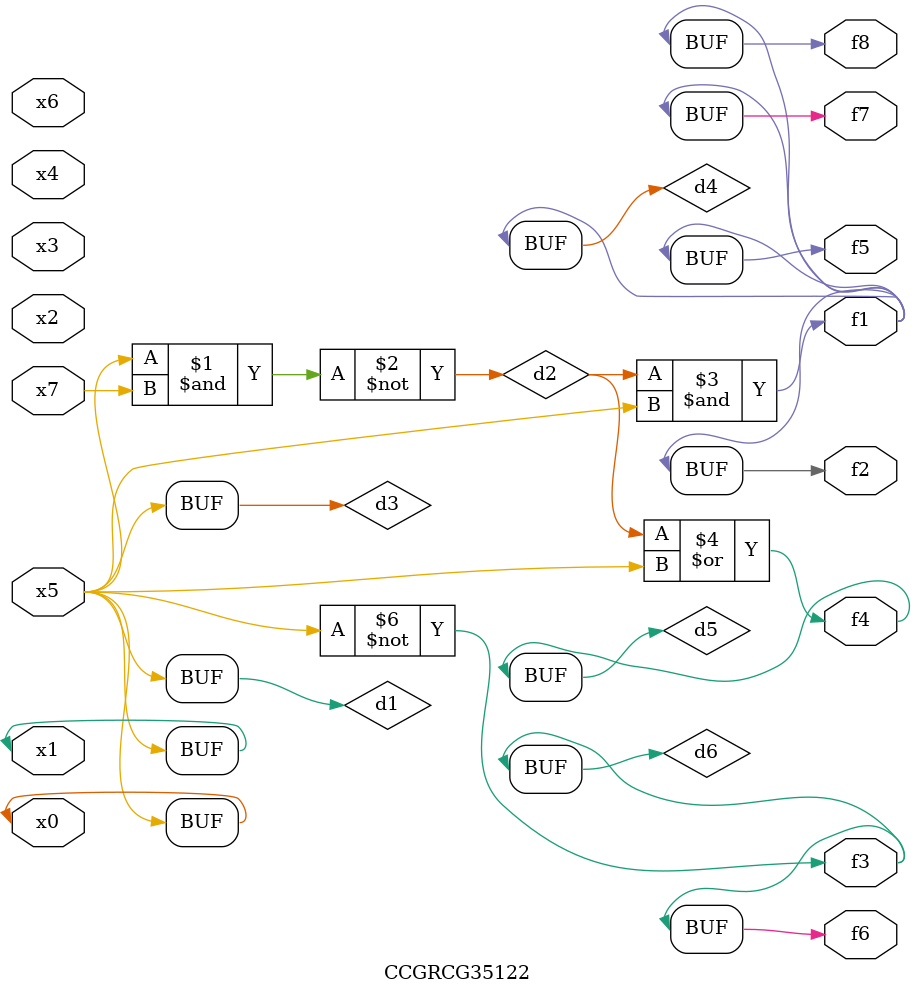
<source format=v>
module CCGRCG35122(
	input x0, x1, x2, x3, x4, x5, x6, x7,
	output f1, f2, f3, f4, f5, f6, f7, f8
);

	wire d1, d2, d3, d4, d5, d6;

	buf (d1, x0, x5);
	nand (d2, x5, x7);
	buf (d3, x0, x1);
	and (d4, d2, d3);
	or (d5, d2, d3);
	nor (d6, d1, d3);
	assign f1 = d4;
	assign f2 = d4;
	assign f3 = d6;
	assign f4 = d5;
	assign f5 = d4;
	assign f6 = d6;
	assign f7 = d4;
	assign f8 = d4;
endmodule

</source>
